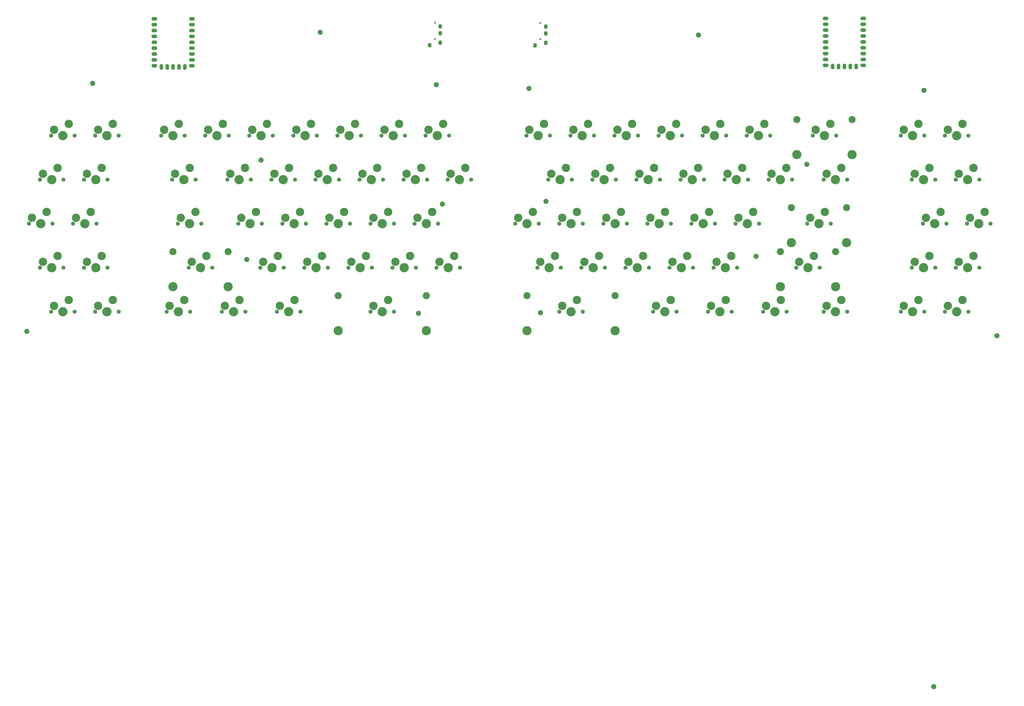
<source format=gbr>
G04 #@! TF.GenerationSoftware,KiCad,Pcbnew,8.0.1*
G04 #@! TF.CreationDate,2024-04-01T00:03:47+00:00*
G04 #@! TF.ProjectId,SplitSync,53706c69-7453-4796-9e63-2e6b69636164,rev?*
G04 #@! TF.SameCoordinates,Original*
G04 #@! TF.FileFunction,Soldermask,Top*
G04 #@! TF.FilePolarity,Negative*
%FSLAX46Y46*%
G04 Gerber Fmt 4.6, Leading zero omitted, Abs format (unit mm)*
G04 Created by KiCad (PCBNEW 8.0.1) date 2024-04-01 00:03:47*
%MOMM*%
%LPD*%
G01*
G04 APERTURE LIST*
%ADD10C,3.987800*%
%ADD11C,3.048000*%
%ADD12C,1.750000*%
%ADD13C,4.000000*%
%ADD14C,3.600000*%
%ADD15C,2.200000*%
%ADD16O,1.600000X2.000000*%
%ADD17C,0.800000*%
%ADD18O,2.500000X1.500000*%
%ADD19O,1.500000X2.500000*%
G04 APERTURE END LIST*
D10*
X259366500Y-239265000D03*
X221266500Y-239265000D03*
D11*
X259366500Y-224055000D03*
X221266500Y-224055000D03*
D12*
X426436250Y-154840000D03*
D13*
X431516250Y-154840000D03*
D12*
X436596250Y-154840000D03*
D14*
X427706250Y-152300000D03*
X434056250Y-149760000D03*
D15*
X263716250Y-132840000D03*
X303716250Y-134440000D03*
X423916250Y-167240000D03*
X478739804Y-393251069D03*
X377016250Y-111340000D03*
X311116250Y-183240000D03*
X478739804Y-393251069D03*
X474516250Y-135240000D03*
X401916250Y-207040000D03*
X506116250Y-241440000D03*
X308716250Y-231440000D03*
X187916250Y-165440000D03*
X266316250Y-184440000D03*
D10*
X443454250Y-163065000D03*
X419578250Y-163065000D03*
D11*
X443454250Y-147855000D03*
X419578250Y-147855000D03*
D10*
X441073000Y-201165000D03*
X417197000Y-201165000D03*
D11*
X441073000Y-185955000D03*
X417197000Y-185955000D03*
D10*
X436310500Y-220215000D03*
X412434500Y-220215000D03*
D11*
X436310500Y-205005000D03*
X412434500Y-205005000D03*
D15*
X255991500Y-231660000D03*
D10*
X173673250Y-220215000D03*
X149797250Y-220215000D03*
D11*
X173673250Y-205005000D03*
X149797250Y-205005000D03*
D10*
X341028750Y-239265000D03*
X302928750Y-239265000D03*
D11*
X341028750Y-224055000D03*
X302928750Y-224055000D03*
D15*
X181735250Y-208390000D03*
X86692696Y-239451069D03*
X115092696Y-132251069D03*
X213516250Y-110090000D03*
D14*
X438818750Y-225960000D03*
X432468750Y-228500000D03*
D12*
X441358750Y-231040000D03*
D13*
X436278750Y-231040000D03*
D12*
X431198750Y-231040000D03*
D14*
X412625000Y-225960000D03*
X406275000Y-228500000D03*
D12*
X415165000Y-231040000D03*
D13*
X410085000Y-231040000D03*
D12*
X405005000Y-231040000D03*
D14*
X388812500Y-225960000D03*
X382462500Y-228500000D03*
D12*
X391352500Y-231040000D03*
D13*
X386272500Y-231040000D03*
D12*
X381192500Y-231040000D03*
D14*
X365000000Y-225960000D03*
X358650000Y-228500000D03*
D12*
X367540000Y-231040000D03*
D13*
X362460000Y-231040000D03*
D12*
X357380000Y-231040000D03*
D14*
X324518750Y-225960000D03*
X318168750Y-228500000D03*
D12*
X327058750Y-231040000D03*
D13*
X321978750Y-231040000D03*
D12*
X316898750Y-231040000D03*
D14*
X242856500Y-225960000D03*
X236506500Y-228500000D03*
D12*
X245396500Y-231040000D03*
D13*
X240316500Y-231040000D03*
D12*
X235236500Y-231040000D03*
D14*
X202375250Y-225960000D03*
X196025250Y-228500000D03*
D12*
X204915250Y-231040000D03*
D13*
X199835250Y-231040000D03*
D12*
X194755250Y-231040000D03*
D14*
X178562750Y-225960000D03*
X172212750Y-228500000D03*
D12*
X181102750Y-231040000D03*
D13*
X176022750Y-231040000D03*
D12*
X170942750Y-231040000D03*
D14*
X154750250Y-225960000D03*
X148400250Y-228500000D03*
D12*
X157290250Y-231040000D03*
D13*
X152210250Y-231040000D03*
D12*
X147130250Y-231040000D03*
D14*
X426912500Y-206910000D03*
X420562500Y-209450000D03*
D12*
X429452500Y-211990000D03*
D13*
X424372500Y-211990000D03*
D12*
X419292500Y-211990000D03*
D14*
X164275250Y-206910000D03*
X157925250Y-209450000D03*
D12*
X166815250Y-211990000D03*
D13*
X161735250Y-211990000D03*
D12*
X156655250Y-211990000D03*
D14*
X431675000Y-187860000D03*
X425325000Y-190400000D03*
D12*
X434215000Y-192940000D03*
D13*
X429135000Y-192940000D03*
D12*
X424055000Y-192940000D03*
D14*
X159512750Y-187860000D03*
X153162750Y-190400000D03*
D12*
X162052750Y-192940000D03*
D13*
X156972750Y-192940000D03*
D12*
X151892750Y-192940000D03*
D14*
X438818750Y-168810000D03*
X432468750Y-171350000D03*
D12*
X441358750Y-173890000D03*
D13*
X436278750Y-173890000D03*
D12*
X431198750Y-173890000D03*
D14*
X157131500Y-168810000D03*
X150781500Y-171350000D03*
D12*
X159671500Y-173890000D03*
D13*
X154591500Y-173890000D03*
D12*
X149511500Y-173890000D03*
D14*
X491206250Y-225960000D03*
X484856250Y-228500000D03*
D12*
X493746250Y-231040000D03*
D13*
X488666250Y-231040000D03*
D12*
X483586250Y-231040000D03*
D14*
X472156250Y-225960000D03*
X465806250Y-228500000D03*
D12*
X474696250Y-231040000D03*
D13*
X469616250Y-231040000D03*
D12*
X464536250Y-231040000D03*
D14*
X123794000Y-225960000D03*
X117444000Y-228500000D03*
D12*
X126334000Y-231040000D03*
D13*
X121254000Y-231040000D03*
D12*
X116174000Y-231040000D03*
D14*
X104744000Y-225960000D03*
X98394000Y-228500000D03*
D12*
X107284000Y-231040000D03*
D13*
X102204000Y-231040000D03*
D12*
X97124000Y-231040000D03*
D14*
X495968750Y-206910000D03*
X489618750Y-209450000D03*
D12*
X498508750Y-211990000D03*
D13*
X493428750Y-211990000D03*
D12*
X488348750Y-211990000D03*
D14*
X476918750Y-206910000D03*
X470568750Y-209450000D03*
D12*
X479458750Y-211990000D03*
D13*
X474378750Y-211990000D03*
D12*
X469298750Y-211990000D03*
D14*
X391193750Y-206910000D03*
X384843750Y-209450000D03*
D12*
X393733750Y-211990000D03*
D13*
X388653750Y-211990000D03*
D12*
X383573750Y-211990000D03*
D14*
X372143750Y-206910000D03*
X365793750Y-209450000D03*
D12*
X374683750Y-211990000D03*
D13*
X369603750Y-211990000D03*
D12*
X364523750Y-211990000D03*
D14*
X353093750Y-206910000D03*
X346743750Y-209450000D03*
D12*
X355633750Y-211990000D03*
D13*
X350553750Y-211990000D03*
D12*
X345473750Y-211990000D03*
D14*
X334043750Y-206910000D03*
X327693750Y-209450000D03*
D12*
X336583750Y-211990000D03*
D13*
X331503750Y-211990000D03*
D12*
X326423750Y-211990000D03*
D14*
X314993750Y-206910000D03*
X308643750Y-209450000D03*
D12*
X317533750Y-211990000D03*
D13*
X312453750Y-211990000D03*
D12*
X307373750Y-211990000D03*
D14*
X271431500Y-206910000D03*
X265081500Y-209450000D03*
D12*
X273971500Y-211990000D03*
D13*
X268891500Y-211990000D03*
D12*
X263811500Y-211990000D03*
D14*
X252381500Y-206910000D03*
X246031500Y-209450000D03*
D12*
X254921500Y-211990000D03*
D13*
X249841500Y-211990000D03*
D12*
X244761500Y-211990000D03*
D14*
X233331500Y-206910000D03*
X226981500Y-209450000D03*
D12*
X235871500Y-211990000D03*
D13*
X230791500Y-211990000D03*
D12*
X225711500Y-211990000D03*
D14*
X214281500Y-206910000D03*
X207931500Y-209450000D03*
D12*
X216821500Y-211990000D03*
D13*
X211741500Y-211990000D03*
D12*
X206661500Y-211990000D03*
D14*
X195231500Y-206910000D03*
X188881500Y-209450000D03*
D12*
X197771500Y-211990000D03*
D13*
X192691500Y-211990000D03*
D12*
X187611500Y-211990000D03*
D14*
X119031500Y-206910000D03*
X112681500Y-209450000D03*
D12*
X121571500Y-211990000D03*
D13*
X116491500Y-211990000D03*
D12*
X111411500Y-211990000D03*
D14*
X99981500Y-206910000D03*
X93631500Y-209450000D03*
D12*
X102521500Y-211990000D03*
D13*
X97441500Y-211990000D03*
D12*
X92361500Y-211990000D03*
D14*
X500731250Y-187860000D03*
X494381250Y-190400000D03*
D12*
X503271250Y-192940000D03*
D13*
X498191250Y-192940000D03*
D12*
X493111250Y-192940000D03*
D14*
X481681250Y-187860000D03*
X475331250Y-190400000D03*
D12*
X484221250Y-192940000D03*
D13*
X479141250Y-192940000D03*
D12*
X474061250Y-192940000D03*
D14*
X400718750Y-187860000D03*
X394368750Y-190400000D03*
D12*
X403258750Y-192940000D03*
D13*
X398178750Y-192940000D03*
D12*
X393098750Y-192940000D03*
D14*
X381668750Y-187860000D03*
X375318750Y-190400000D03*
D12*
X384208750Y-192940000D03*
D13*
X379128750Y-192940000D03*
D12*
X374048750Y-192940000D03*
D14*
X362618750Y-187860000D03*
X356268750Y-190400000D03*
D12*
X365158750Y-192940000D03*
D13*
X360078750Y-192940000D03*
D12*
X354998750Y-192940000D03*
D14*
X343568750Y-187860000D03*
X337218750Y-190400000D03*
D12*
X346108750Y-192940000D03*
D13*
X341028750Y-192940000D03*
D12*
X335948750Y-192940000D03*
D14*
X324518750Y-187860000D03*
X318168750Y-190400000D03*
D12*
X327058750Y-192940000D03*
D13*
X321978750Y-192940000D03*
D12*
X316898750Y-192940000D03*
D14*
X305468750Y-187860000D03*
X299118750Y-190400000D03*
D12*
X308008750Y-192940000D03*
D13*
X302928750Y-192940000D03*
D12*
X297848750Y-192940000D03*
D14*
X261906500Y-187860000D03*
X255556500Y-190400000D03*
D12*
X264446500Y-192940000D03*
D13*
X259366500Y-192940000D03*
D12*
X254286500Y-192940000D03*
D14*
X242856500Y-187860000D03*
X236506500Y-190400000D03*
D12*
X245396500Y-192940000D03*
D13*
X240316500Y-192940000D03*
D12*
X235236500Y-192940000D03*
D14*
X223806500Y-187860000D03*
X217456500Y-190400000D03*
D12*
X226346500Y-192940000D03*
D13*
X221266500Y-192940000D03*
D12*
X216186500Y-192940000D03*
D14*
X204756500Y-187860000D03*
X198406500Y-190400000D03*
D12*
X207296500Y-192940000D03*
D13*
X202216500Y-192940000D03*
D12*
X197136500Y-192940000D03*
D14*
X185706500Y-187860000D03*
X179356500Y-190400000D03*
D12*
X188246500Y-192940000D03*
D13*
X183166500Y-192940000D03*
D12*
X178086500Y-192940000D03*
D14*
X114269000Y-187860000D03*
X107919000Y-190400000D03*
D12*
X116809000Y-192940000D03*
D13*
X111729000Y-192940000D03*
D12*
X106649000Y-192940000D03*
D14*
X95219000Y-187860000D03*
X88869000Y-190400000D03*
D12*
X97759000Y-192940000D03*
D13*
X92679000Y-192940000D03*
D12*
X87599000Y-192940000D03*
D14*
X495968750Y-168810000D03*
X489618750Y-171350000D03*
D12*
X498508750Y-173890000D03*
D13*
X493428750Y-173890000D03*
D12*
X488348750Y-173890000D03*
D14*
X476918750Y-168810000D03*
X470568750Y-171350000D03*
D12*
X479458750Y-173890000D03*
D13*
X474378750Y-173890000D03*
D12*
X469298750Y-173890000D03*
D14*
X415006250Y-168810000D03*
X408656250Y-171350000D03*
D12*
X417546250Y-173890000D03*
D13*
X412466250Y-173890000D03*
D12*
X407386250Y-173890000D03*
D14*
X395956250Y-168810000D03*
X389606250Y-171350000D03*
D12*
X398496250Y-173890000D03*
D13*
X393416250Y-173890000D03*
D12*
X388336250Y-173890000D03*
D14*
X376906250Y-168810000D03*
X370556250Y-171350000D03*
D12*
X379446250Y-173890000D03*
D13*
X374366250Y-173890000D03*
D12*
X369286250Y-173890000D03*
D14*
X357856250Y-168810000D03*
X351506250Y-171350000D03*
D12*
X360396250Y-173890000D03*
D13*
X355316250Y-173890000D03*
D12*
X350236250Y-173890000D03*
D14*
X338806250Y-168810000D03*
X332456250Y-171350000D03*
D12*
X341346250Y-173890000D03*
D13*
X336266250Y-173890000D03*
D12*
X331186250Y-173890000D03*
D14*
X319756250Y-168810000D03*
X313406250Y-171350000D03*
D12*
X322296250Y-173890000D03*
D13*
X317216250Y-173890000D03*
D12*
X312136250Y-173890000D03*
D14*
X276194000Y-168810000D03*
X269844000Y-171350000D03*
D12*
X278734000Y-173890000D03*
D13*
X273654000Y-173890000D03*
D12*
X268574000Y-173890000D03*
D14*
X257144000Y-168810000D03*
X250794000Y-171350000D03*
D12*
X259684000Y-173890000D03*
D13*
X254604000Y-173890000D03*
D12*
X249524000Y-173890000D03*
D14*
X238094000Y-168810000D03*
X231744000Y-171350000D03*
D12*
X240634000Y-173890000D03*
D13*
X235554000Y-173890000D03*
D12*
X230474000Y-173890000D03*
D14*
X219044000Y-168810000D03*
X212694000Y-171350000D03*
D12*
X221584000Y-173890000D03*
D13*
X216504000Y-173890000D03*
D12*
X211424000Y-173890000D03*
D14*
X199994000Y-168810000D03*
X193644000Y-171350000D03*
D12*
X202534000Y-173890000D03*
D13*
X197454000Y-173890000D03*
D12*
X192374000Y-173890000D03*
D14*
X180944000Y-168810000D03*
X174594000Y-171350000D03*
D12*
X183484000Y-173890000D03*
D13*
X178404000Y-173890000D03*
D12*
X173324000Y-173890000D03*
D14*
X119031500Y-168810000D03*
X112681500Y-171350000D03*
D12*
X121571500Y-173890000D03*
D13*
X116491500Y-173890000D03*
D12*
X111411500Y-173890000D03*
D14*
X99981500Y-168810000D03*
X93631500Y-171350000D03*
D12*
X102521500Y-173890000D03*
D13*
X97441500Y-173890000D03*
D12*
X92361500Y-173890000D03*
D14*
X491206250Y-149760000D03*
X484856250Y-152300000D03*
D12*
X493746250Y-154840000D03*
D13*
X488666250Y-154840000D03*
D12*
X483586250Y-154840000D03*
D14*
X472156250Y-149760000D03*
X465806250Y-152300000D03*
D12*
X474696250Y-154840000D03*
D13*
X469616250Y-154840000D03*
D12*
X464536250Y-154840000D03*
D14*
X405481250Y-149760000D03*
X399131250Y-152300000D03*
D12*
X408021250Y-154840000D03*
D13*
X402941250Y-154840000D03*
D12*
X397861250Y-154840000D03*
D14*
X386431250Y-149760000D03*
X380081250Y-152300000D03*
D12*
X388971250Y-154840000D03*
D13*
X383891250Y-154840000D03*
D12*
X378811250Y-154840000D03*
D14*
X367381250Y-149760000D03*
X361031250Y-152300000D03*
D12*
X369921250Y-154840000D03*
D13*
X364841250Y-154840000D03*
D12*
X359761250Y-154840000D03*
D14*
X348331250Y-149760000D03*
X341981250Y-152300000D03*
D12*
X350871250Y-154840000D03*
D13*
X345791250Y-154840000D03*
D12*
X340711250Y-154840000D03*
D14*
X329281250Y-149760000D03*
X322931250Y-152300000D03*
D12*
X331821250Y-154840000D03*
D13*
X326741250Y-154840000D03*
D12*
X321661250Y-154840000D03*
D14*
X310231250Y-149760000D03*
X303881250Y-152300000D03*
D12*
X312771250Y-154840000D03*
D13*
X307691250Y-154840000D03*
D12*
X302611250Y-154840000D03*
D14*
X266669000Y-149760000D03*
X260319000Y-152300000D03*
D12*
X269209000Y-154840000D03*
D13*
X264129000Y-154840000D03*
D12*
X259049000Y-154840000D03*
D14*
X247619000Y-149760000D03*
X241269000Y-152300000D03*
D12*
X250159000Y-154840000D03*
D13*
X245079000Y-154840000D03*
D12*
X239999000Y-154840000D03*
D14*
X228569000Y-149760000D03*
X222219000Y-152300000D03*
D12*
X231109000Y-154840000D03*
D13*
X226029000Y-154840000D03*
D12*
X220949000Y-154840000D03*
D14*
X209519000Y-149760000D03*
X203169000Y-152300000D03*
D12*
X212059000Y-154840000D03*
D13*
X206979000Y-154840000D03*
D12*
X201899000Y-154840000D03*
D14*
X190469000Y-149760000D03*
X184119000Y-152300000D03*
D12*
X193009000Y-154840000D03*
D13*
X187929000Y-154840000D03*
D12*
X182849000Y-154840000D03*
D14*
X171419000Y-149760000D03*
X165069000Y-152300000D03*
D12*
X173959000Y-154840000D03*
D13*
X168879000Y-154840000D03*
D12*
X163799000Y-154840000D03*
D14*
X152369000Y-149760000D03*
X146019000Y-152300000D03*
D12*
X154909000Y-154840000D03*
D13*
X149829000Y-154840000D03*
D12*
X144749000Y-154840000D03*
D14*
X123794000Y-149760000D03*
X117444000Y-152300000D03*
D12*
X126334000Y-154840000D03*
D13*
X121254000Y-154840000D03*
D12*
X116174000Y-154840000D03*
D14*
X104744000Y-149760000D03*
X98394000Y-152300000D03*
D12*
X107284000Y-154840000D03*
D13*
X102204000Y-154840000D03*
D12*
X97124000Y-154840000D03*
D16*
X310976938Y-107652500D03*
X310976938Y-110652500D03*
X310976938Y-114652500D03*
X306376938Y-115752500D03*
D17*
X308676938Y-113052500D03*
X308676938Y-106052500D03*
D16*
X265417446Y-107565000D03*
X265417446Y-110565000D03*
X265417446Y-114565000D03*
X260817446Y-115665000D03*
D17*
X263117446Y-112965000D03*
X263117446Y-105965000D03*
D18*
X432032696Y-104131069D03*
X432032696Y-106671069D03*
X432032696Y-109211069D03*
X432032696Y-111751069D03*
X432032696Y-114291069D03*
X432032696Y-116831069D03*
X432032696Y-119371069D03*
X432032696Y-121911069D03*
X432032696Y-124451069D03*
D19*
X435072696Y-124951069D03*
X437612696Y-124951069D03*
X440152696Y-124951069D03*
X442692696Y-124951069D03*
X445232696Y-124951069D03*
D18*
X448272696Y-124451069D03*
X448272696Y-121911069D03*
X448272696Y-119371069D03*
X448272696Y-116831069D03*
X448272696Y-114291069D03*
X448272696Y-111751069D03*
X448272696Y-109211069D03*
X448272696Y-106671069D03*
X448272696Y-104131069D03*
X158049000Y-104291069D03*
X158049000Y-106831069D03*
X158049000Y-109371069D03*
X158049000Y-111911069D03*
X158049000Y-114451069D03*
X158049000Y-116991069D03*
X158049000Y-119531069D03*
X158049000Y-122071069D03*
X158049000Y-124611069D03*
D19*
X155009000Y-125111069D03*
X152469000Y-125111069D03*
X149929000Y-125111069D03*
X147389000Y-125111069D03*
X144849000Y-125111069D03*
D18*
X141809000Y-124611069D03*
X141809000Y-122071069D03*
X141809000Y-119531069D03*
X141809000Y-116991069D03*
X141809000Y-114451069D03*
X141809000Y-111911069D03*
X141809000Y-109371069D03*
X141809000Y-106831069D03*
X141809000Y-104291069D03*
M02*

</source>
